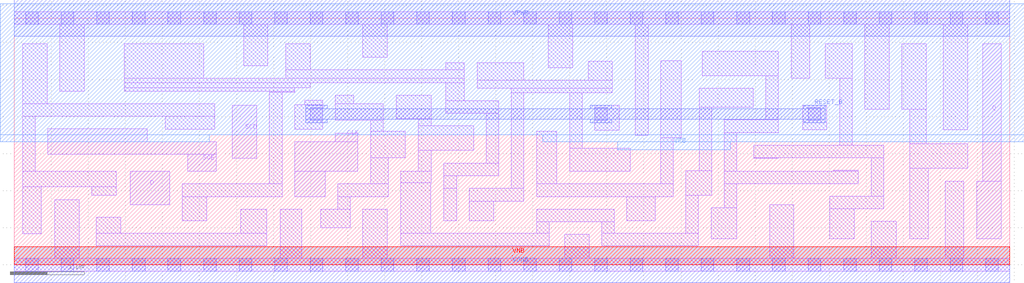
<source format=lef>
# Copyright 2020 The SkyWater PDK Authors
#
# Licensed under the Apache License, Version 2.0 (the "License");
# you may not use this file except in compliance with the License.
# You may obtain a copy of the License at
#
#     https://www.apache.org/licenses/LICENSE-2.0
#
# Unless required by applicable law or agreed to in writing, software
# distributed under the License is distributed on an "AS IS" BASIS,
# WITHOUT WARRANTIES OR CONDITIONS OF ANY KIND, either express or implied.
# See the License for the specific language governing permissions and
# limitations under the License.
#
# SPDX-License-Identifier: Apache-2.0

VERSION 5.7 ;
  NOWIREEXTENSIONATPIN ON ;
  DIVIDERCHAR "/" ;
  BUSBITCHARS "[]" ;
MACRO sky130_fd_sc_ms__sdfrtp_1
  CLASS CORE ;
  FOREIGN sky130_fd_sc_ms__sdfrtp_1 ;
  ORIGIN  0.000000  0.000000 ;
  SIZE  13.44000 BY  3.330000 ;
  SYMMETRY X Y R90 ;
  SITE unit ;
  PIN D
    ANTENNAGATEAREA  0.178200 ;
    DIRECTION INPUT ;
    USE SIGNAL ;
    PORT
      LAYER li1 ;
        RECT 1.565000 0.810000 2.100000 1.265000 ;
    END
  END D
  PIN Q
    ANTENNADIFFAREA  0.524500 ;
    DIRECTION OUTPUT ;
    USE SIGNAL ;
    PORT
      LAYER li1 ;
        RECT 12.995000 0.350000 13.325000 1.130000 ;
        RECT 13.070000 1.130000 13.325000 2.980000 ;
    END
  END Q
  PIN RESET_B
    ANTENNAGATEAREA  0.455400 ;
    DIRECTION INPUT ;
    USE SIGNAL ;
    PORT
      LAYER met1 ;
        RECT  3.935000 1.920000  4.225000 1.965000 ;
        RECT  3.935000 1.965000 10.945000 2.105000 ;
        RECT  3.935000 2.105000  4.225000 2.150000 ;
        RECT  7.775000 1.920000  8.065000 1.965000 ;
        RECT  7.775000 2.105000  8.065000 2.150000 ;
        RECT 10.655000 1.920000 10.945000 1.965000 ;
        RECT 10.655000 2.105000 10.945000 2.150000 ;
    END
  END RESET_B
  PIN SCD
    ANTENNAGATEAREA  0.178200 ;
    DIRECTION INPUT ;
    USE SIGNAL ;
    PORT
      LAYER li1 ;
        RECT 2.945000 1.440000 3.275000 2.150000 ;
    END
  END SCD
  PIN SCE
    ANTENNAGATEAREA  0.356400 ;
    DIRECTION INPUT ;
    USE SIGNAL ;
    PORT
      LAYER li1 ;
        RECT 0.455000 1.490000 2.725000 1.660000 ;
        RECT 0.455000 1.660000 1.795000 1.835000 ;
        RECT 2.345000 1.260000 2.725000 1.490000 ;
    END
  END SCE
  PIN CLK
    ANTENNAGATEAREA  0.312600 ;
    DIRECTION INPUT ;
    USE CLOCK ;
    PORT
      LAYER li1 ;
        RECT 3.785000 0.920000 4.195000 1.260000 ;
        RECT 3.785000 1.260000 4.640000 1.660000 ;
        RECT 4.335000 1.660000 4.640000 1.775000 ;
    END
  END CLK
  PIN VGND
    DIRECTION INOUT ;
    USE GROUND ;
    PORT
      LAYER met1 ;
        RECT 0.000000 -0.245000 13.440000 0.245000 ;
    END
  END VGND
  PIN VNB
    DIRECTION INOUT ;
    USE GROUND ;
    PORT
      LAYER pwell ;
        RECT 0.000000 0.000000 13.440000 0.245000 ;
    END
  END VNB
  PIN VPB
    DIRECTION INOUT ;
    USE POWER ;
    PORT
      LAYER nwell ;
        RECT -0.190000 1.660000  2.635000 1.755000 ;
        RECT -0.190000 1.755000 13.630000 3.520000 ;
        RECT  7.135000 1.660000 13.630000 1.755000 ;
        RECT  8.145000 1.555000  9.665000 1.660000 ;
    END
  END VPB
  PIN VPWR
    DIRECTION INOUT ;
    USE POWER ;
    PORT
      LAYER met1 ;
        RECT 0.000000 3.085000 13.440000 3.575000 ;
    END
  END VPWR
  OBS
    LAYER li1 ;
      RECT  0.000000 -0.085000 13.440000 0.085000 ;
      RECT  0.000000  3.245000 13.440000 3.415000 ;
      RECT  0.115000  0.420000  0.365000 1.050000 ;
      RECT  0.115000  1.050000  1.375000 1.265000 ;
      RECT  0.115000  1.265000  0.285000 2.005000 ;
      RECT  0.115000  2.005000  2.705000 2.175000 ;
      RECT  0.115000  2.175000  0.445000 2.980000 ;
      RECT  0.545000  0.085000  0.875000 0.880000 ;
      RECT  0.615000  2.345000  0.945000 3.245000 ;
      RECT  1.045000  0.935000  1.375000 1.050000 ;
      RECT  1.105000  0.255000  3.410000 0.425000 ;
      RECT  1.105000  0.425000  1.435000 0.640000 ;
      RECT  1.485000  2.345000  3.785000 2.390000 ;
      RECT  1.485000  2.390000  3.995000 2.455000 ;
      RECT  1.485000  2.455000  6.075000 2.515000 ;
      RECT  1.485000  2.515000  2.555000 2.980000 ;
      RECT  2.035000  1.830000  2.705000 2.005000 ;
      RECT  2.270000  0.595000  2.600000 0.920000 ;
      RECT  2.270000  0.920000  3.615000 1.090000 ;
      RECT  3.060000  0.425000  3.410000 0.750000 ;
      RECT  3.095000  2.685000  3.425000 3.245000 ;
      RECT  3.445000  1.090000  3.615000 2.330000 ;
      RECT  3.445000  2.330000  3.785000 2.345000 ;
      RECT  3.590000  0.085000  3.880000 0.750000 ;
      RECT  3.665000  2.515000  6.075000 2.630000 ;
      RECT  3.665000  2.630000  3.995000 2.980000 ;
      RECT  3.785000  1.830000  4.165000 2.160000 ;
      RECT  3.920000  2.160000  4.165000 2.220000 ;
      RECT  4.135000  0.500000  4.535000 0.750000 ;
      RECT  4.335000  1.950000  4.980000 2.170000 ;
      RECT  4.335000  2.170000  4.585000 2.285000 ;
      RECT  4.365000  0.750000  4.535000 0.920000 ;
      RECT  4.365000  0.920000  5.045000 1.090000 ;
      RECT  4.705000  0.085000  5.035000 0.750000 ;
      RECT  4.705000  2.800000  5.035000 3.245000 ;
      RECT  4.810000  1.090000  5.045000 1.445000 ;
      RECT  4.810000  1.445000  5.280000 1.800000 ;
      RECT  4.810000  1.800000  4.980000 1.950000 ;
      RECT  5.155000  1.970000  5.630000 2.285000 ;
      RECT  5.215000  0.255000  7.220000 0.425000 ;
      RECT  5.215000  0.425000  5.620000 1.110000 ;
      RECT  5.215000  1.110000  5.630000 1.265000 ;
      RECT  5.450000  1.265000  5.630000 1.545000 ;
      RECT  5.450000  1.545000  6.200000 1.875000 ;
      RECT  5.450000  1.875000  5.630000 1.970000 ;
      RECT  5.795000  0.595000  5.975000 1.035000 ;
      RECT  5.800000  1.035000  5.975000 1.200000 ;
      RECT  5.800000  1.200000  6.540000 1.370000 ;
      RECT  5.825000  2.045000  6.540000 2.215000 ;
      RECT  5.825000  2.215000  6.075000 2.455000 ;
      RECT  5.825000  2.630000  6.075000 2.725000 ;
      RECT  6.145000  0.595000  6.470000 0.860000 ;
      RECT  6.145000  0.860000  6.880000 1.030000 ;
      RECT  6.250000  2.385000  8.075000 2.490000 ;
      RECT  6.250000  2.490000  6.880000 2.725000 ;
      RECT  6.370000  1.370000  6.540000 2.045000 ;
      RECT  6.710000  1.030000  6.880000 2.320000 ;
      RECT  6.710000  2.320000  8.075000 2.385000 ;
      RECT  7.050000  0.425000  7.220000 0.580000 ;
      RECT  7.050000  0.580000  8.100000 0.750000 ;
      RECT  7.050000  0.920000  8.895000 1.090000 ;
      RECT  7.050000  1.090000  7.325000 1.805000 ;
      RECT  7.205000  2.660000  7.540000 3.245000 ;
      RECT  7.430000  0.085000  7.760000 0.410000 ;
      RECT  7.495000  1.260000  8.315000 1.575000 ;
      RECT  7.495000  1.575000  7.665000 2.320000 ;
      RECT  7.745000  2.490000  8.075000 2.745000 ;
      RECT  7.835000  1.815000  8.165000 2.150000 ;
      RECT  7.930000  0.255000  9.235000 0.425000 ;
      RECT  7.930000  0.425000  8.100000 0.580000 ;
      RECT  8.270000  0.595000  8.655000 0.920000 ;
      RECT  8.385000  1.745000  8.555000 3.245000 ;
      RECT  8.725000  1.090000  8.895000 1.715000 ;
      RECT  8.725000  1.715000  9.005000 2.755000 ;
      RECT  9.065000  0.425000  9.235000 0.940000 ;
      RECT  9.065000  0.940000  9.415000 1.270000 ;
      RECT  9.245000  1.270000  9.415000 2.125000 ;
      RECT  9.245000  2.125000  9.975000 2.380000 ;
      RECT  9.290000  2.550000 10.315000 2.880000 ;
      RECT  9.405000  0.350000  9.755000 0.770000 ;
      RECT  9.585000  0.770000  9.755000 1.095000 ;
      RECT  9.585000  1.095000 11.395000 1.265000 ;
      RECT  9.585000  1.265000  9.755000 1.785000 ;
      RECT  9.585000  1.785000 10.315000 1.955000 ;
      RECT  9.985000  1.435000 10.315000 1.445000 ;
      RECT  9.985000  1.445000 11.735000 1.615000 ;
      RECT 10.145000  1.955000 10.315000 2.550000 ;
      RECT 10.195000  0.085000 10.525000 0.810000 ;
      RECT 10.485000  2.520000 10.735000 3.245000 ;
      RECT 10.640000  1.820000 10.970000 2.150000 ;
      RECT 10.945000  2.520000 11.310000 2.980000 ;
      RECT 11.010000  0.350000 11.340000 0.755000 ;
      RECT 11.010000  0.755000 11.735000 0.925000 ;
      RECT 11.065000  1.265000 11.395000 1.275000 ;
      RECT 11.140000  1.615000 11.310000 2.520000 ;
      RECT 11.480000  2.100000 11.810000 3.245000 ;
      RECT 11.565000  0.925000 11.735000 1.445000 ;
      RECT 11.570000  0.085000 11.905000 0.585000 ;
      RECT 11.980000  2.100000 12.310000 2.980000 ;
      RECT 12.085000  0.350000 12.335000 1.300000 ;
      RECT 12.085000  1.300000 12.870000 1.630000 ;
      RECT 12.085000  1.630000 12.310000 2.100000 ;
      RECT 12.540000  1.820000 12.870000 3.245000 ;
      RECT 12.565000  0.085000 12.815000 1.130000 ;
    LAYER mcon ;
      RECT  0.155000 -0.085000  0.325000 0.085000 ;
      RECT  0.155000  3.245000  0.325000 3.415000 ;
      RECT  0.635000 -0.085000  0.805000 0.085000 ;
      RECT  0.635000  3.245000  0.805000 3.415000 ;
      RECT  1.115000 -0.085000  1.285000 0.085000 ;
      RECT  1.115000  3.245000  1.285000 3.415000 ;
      RECT  1.595000 -0.085000  1.765000 0.085000 ;
      RECT  1.595000  3.245000  1.765000 3.415000 ;
      RECT  2.075000 -0.085000  2.245000 0.085000 ;
      RECT  2.075000  3.245000  2.245000 3.415000 ;
      RECT  2.555000 -0.085000  2.725000 0.085000 ;
      RECT  2.555000  3.245000  2.725000 3.415000 ;
      RECT  3.035000 -0.085000  3.205000 0.085000 ;
      RECT  3.035000  3.245000  3.205000 3.415000 ;
      RECT  3.515000 -0.085000  3.685000 0.085000 ;
      RECT  3.515000  3.245000  3.685000 3.415000 ;
      RECT  3.995000 -0.085000  4.165000 0.085000 ;
      RECT  3.995000  1.950000  4.165000 2.120000 ;
      RECT  3.995000  3.245000  4.165000 3.415000 ;
      RECT  4.475000 -0.085000  4.645000 0.085000 ;
      RECT  4.475000  3.245000  4.645000 3.415000 ;
      RECT  4.955000 -0.085000  5.125000 0.085000 ;
      RECT  4.955000  3.245000  5.125000 3.415000 ;
      RECT  5.435000 -0.085000  5.605000 0.085000 ;
      RECT  5.435000  3.245000  5.605000 3.415000 ;
      RECT  5.915000 -0.085000  6.085000 0.085000 ;
      RECT  5.915000  3.245000  6.085000 3.415000 ;
      RECT  6.395000 -0.085000  6.565000 0.085000 ;
      RECT  6.395000  3.245000  6.565000 3.415000 ;
      RECT  6.875000 -0.085000  7.045000 0.085000 ;
      RECT  6.875000  3.245000  7.045000 3.415000 ;
      RECT  7.355000 -0.085000  7.525000 0.085000 ;
      RECT  7.355000  3.245000  7.525000 3.415000 ;
      RECT  7.835000 -0.085000  8.005000 0.085000 ;
      RECT  7.835000  1.950000  8.005000 2.120000 ;
      RECT  7.835000  3.245000  8.005000 3.415000 ;
      RECT  8.315000 -0.085000  8.485000 0.085000 ;
      RECT  8.315000  3.245000  8.485000 3.415000 ;
      RECT  8.795000 -0.085000  8.965000 0.085000 ;
      RECT  8.795000  3.245000  8.965000 3.415000 ;
      RECT  9.275000 -0.085000  9.445000 0.085000 ;
      RECT  9.275000  3.245000  9.445000 3.415000 ;
      RECT  9.755000 -0.085000  9.925000 0.085000 ;
      RECT  9.755000  3.245000  9.925000 3.415000 ;
      RECT 10.235000 -0.085000 10.405000 0.085000 ;
      RECT 10.235000  3.245000 10.405000 3.415000 ;
      RECT 10.715000 -0.085000 10.885000 0.085000 ;
      RECT 10.715000  1.950000 10.885000 2.120000 ;
      RECT 10.715000  3.245000 10.885000 3.415000 ;
      RECT 11.195000 -0.085000 11.365000 0.085000 ;
      RECT 11.195000  3.245000 11.365000 3.415000 ;
      RECT 11.675000 -0.085000 11.845000 0.085000 ;
      RECT 11.675000  3.245000 11.845000 3.415000 ;
      RECT 12.155000 -0.085000 12.325000 0.085000 ;
      RECT 12.155000  3.245000 12.325000 3.415000 ;
      RECT 12.635000 -0.085000 12.805000 0.085000 ;
      RECT 12.635000  3.245000 12.805000 3.415000 ;
      RECT 13.115000 -0.085000 13.285000 0.085000 ;
      RECT 13.115000  3.245000 13.285000 3.415000 ;
  END
END sky130_fd_sc_ms__sdfrtp_1
END LIBRARY

</source>
